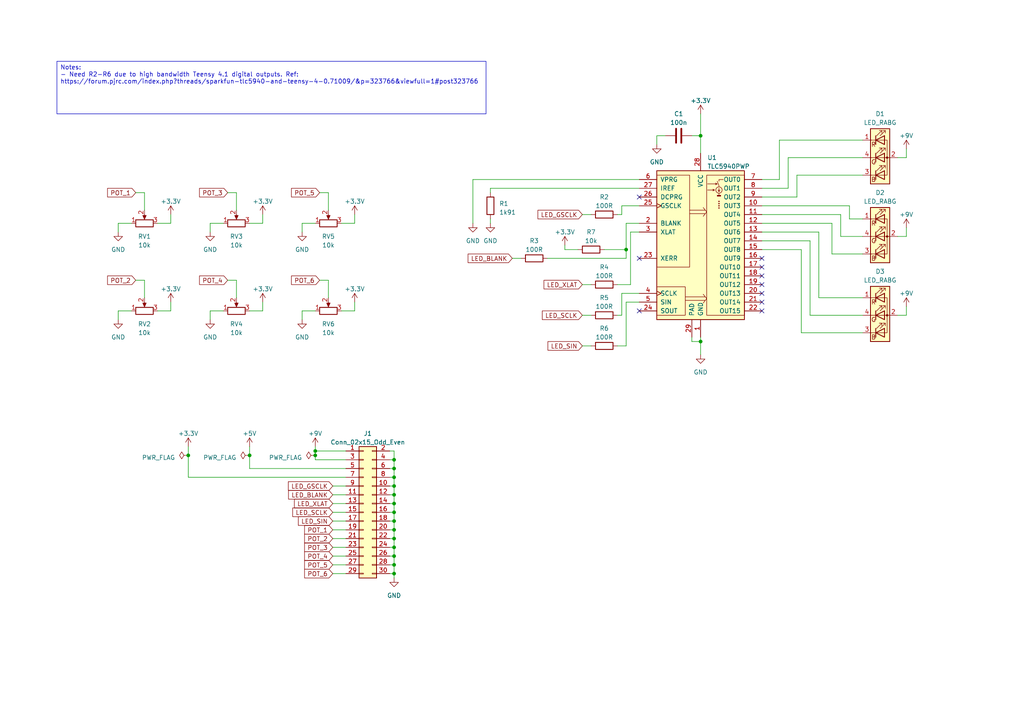
<source format=kicad_sch>
(kicad_sch (version 20230121) (generator eeschema)
  (paper "A4")
  (lib_symbols
    (symbol "Connector_Generic:Conn_02x15_Odd_Even" (pin_names (offset 1.016) hide)
      (property "Reference" "J" (at 1.27 20.32 0))
      (property "Value" "Conn_02x15_Odd_Even" (at 1.27 -20.32 0))
      (symbol "Conn_02x15_Odd_Even_1_1"
        (rectangle (start -1.27 -17.653) (end 0 -17.907) (stroke (width 0.1524)))
        (rectangle (start -1.27 -15.113) (end 0 -15.367) (stroke (width 0.1524)))
        (rectangle (start -1.27 -12.573) (end 0 -12.827) (stroke (width 0.1524)))
        (rectangle (start -1.27 -10.033) (end 0 -10.287) (stroke (width 0.1524)))
        (rectangle (start -1.27 -7.493) (end 0 -7.747) (stroke (width 0.1524)))
        (rectangle (start -1.27 -4.953) (end 0 -5.207) (stroke (width 0.1524)))
        (rectangle (start -1.27 -2.413) (end 0 -2.667) (stroke (width 0.1524)))
        (rectangle (start -1.27 0.127) (end 0 -0.127) (stroke (width 0.1524)))
        (rectangle (start -1.27 2.667) (end 0 2.413) (stroke (width 0.1524)))
        (rectangle (start -1.27 5.207) (end 0 4.953) (stroke (width 0.1524)))
        (rectangle (start -1.27 7.747) (end 0 7.493) (stroke (width 0.1524)))
        (rectangle (start -1.27 10.287) (end 0 10.033) (stroke (width 0.1524)))
        (rectangle (start -1.27 12.827) (end 0 12.573) (stroke (width 0.1524)))
        (rectangle (start -1.27 15.367) (end 0 15.113) (stroke (width 0.1524)))
        (rectangle (start -1.27 17.907) (end 0 17.653) (stroke (width 0.1524)))
        (rectangle (start -1.27 19.05) (end 3.81 -19.05) (stroke (width 0.254)) (fill (type background)))
        (rectangle (start 3.81 -17.653) (end 2.54 -17.907) (stroke (width 0.1524)))
        (rectangle (start 3.81 -15.113) (end 2.54 -15.367) (stroke (width 0.1524)))
        (rectangle (start 3.81 -12.573) (end 2.54 -12.827) (stroke (width 0.1524)))
        (rectangle (start 3.81 -10.033) (end 2.54 -10.287) (stroke (width 0.1524)))
        (rectangle (start 3.81 -7.493) (end 2.54 -7.747) (stroke (width 0.1524)))
        (rectangle (start 3.81 -4.953) (end 2.54 -5.207) (stroke (width 0.1524)))
        (rectangle (start 3.81 -2.413) (end 2.54 -2.667) (stroke (width 0.1524)))
        (rectangle (start 3.81 0.127) (end 2.54 -0.127) (stroke (width 0.1524)))
        (rectangle (start 3.81 2.667) (end 2.54 2.413) (stroke (width 0.1524)))
        (rectangle (start 3.81 5.207) (end 2.54 4.953) (stroke (width 0.1524)))
        (rectangle (start 3.81 7.747) (end 2.54 7.493) (stroke (width 0.1524)))
        (rectangle (start 3.81 10.287) (end 2.54 10.033) (stroke (width 0.1524)))
        (rectangle (start 3.81 12.827) (end 2.54 12.573) (stroke (width 0.1524)))
        (rectangle (start 3.81 15.367) (end 2.54 15.113) (stroke (width 0.1524)))
        (rectangle (start 3.81 17.907) (end 2.54 17.653) (stroke (width 0.1524)))
        (pin passive line (at -5.08 17.78 0) (length 3.81) (name "Pin_1") (number "1"))
        (pin passive line (at 7.62 7.62 180) (length 3.81) (name "Pin_10") (number "10"))
        (pin passive line (at -5.08 5.08 0) (length 3.81) (name "Pin_11") (number "11"))
        (pin passive line (at 7.62 5.08 180) (length 3.81) (name "Pin_12") (number "12"))
        (pin passive line (at -5.08 2.54 0) (length 3.81) (name "Pin_13") (number "13"))
        (pin passive line (at 7.62 2.54 180) (length 3.81) (name "Pin_14") (number "14"))
        (pin passive line (at -5.08 0 0) (length 3.81) (name "Pin_15") (number "15"))
        (pin passive line (at 7.62 0 180) (length 3.81) (name "Pin_16") (number "16"))
        (pin passive line (at -5.08 -2.54 0) (length 3.81) (name "Pin_17") (number "17"))
        (pin passive line (at 7.62 -2.54 180) (length 3.81) (name "Pin_18") (number "18"))
        (pin passive line (at -5.08 -5.08 0) (length 3.81) (name "Pin_19") (number "19"))
        (pin passive line (at 7.62 17.78 180) (length 3.81) (name "Pin_2") (number "2"))
        (pin passive line (at 7.62 -5.08 180) (length 3.81) (name "Pin_20") (number "20"))
        (pin passive line (at -5.08 -7.62 0) (length 3.81) (name "Pin_21") (number "21"))
        (pin passive line (at 7.62 -7.62 180) (length 3.81) (name "Pin_22") (number "22"))
        (pin passive line (at -5.08 -10.16 0) (length 3.81) (name "Pin_23") (number "23"))
        (pin passive line (at 7.62 -10.16 180) (length 3.81) (name "Pin_24") (number "24"))
        (pin passive line (at -5.08 -12.7 0) (length 3.81) (name "Pin_25") (number "25"))
        (pin passive line (at 7.62 -12.7 180) (length 3.81) (name "Pin_26") (number "26"))
        (pin passive line (at -5.08 -15.24 0) (length 3.81) (name "Pin_27") (number "27"))
        (pin passive line (at 7.62 -15.24 180) (length 3.81) (name "Pin_28") (number "28"))
        (pin passive line (at -5.08 -17.78 0) (length 3.81) (name "Pin_29") (number "29"))
        (pin passive line (at -5.08 15.24 0) (length 3.81) (name "Pin_3") (number "3"))
        (pin passive line (at 7.62 -17.78 180) (length 3.81) (name "Pin_30") (number "30"))
        (pin passive line (at 7.62 15.24 180) (length 3.81) (name "Pin_4") (number "4"))
        (pin passive line (at -5.08 12.7 0) (length 3.81) (name "Pin_5") (number "5"))
        (pin passive line (at 7.62 12.7 180) (length 3.81) (name "Pin_6") (number "6"))
        (pin passive line (at -5.08 10.16 0) (length 3.81) (name "Pin_7") (number "7"))
        (pin passive line (at 7.62 10.16 180) (length 3.81) (name "Pin_8") (number "8"))
        (pin passive line (at -5.08 7.62 0) (length 3.81) (name "Pin_9") (number "9"))
      )
    )
    (symbol "Device:C" (pin_numbers hide) (pin_names (offset 0.254))
      (property "Reference" "C" (at 0.635 2.54 0))
      (property "Value" "C" (at 0.635 -2.54 0))
      (symbol "C_0_1"
        (polyline (pts (xy -2.032 -0.762) (xy 2.032 -0.762)) (stroke (width 0.508)))
        (polyline (pts (xy -2.032 0.762) (xy 2.032 0.762)) (stroke (width 0.508)))
      )
      (symbol "C_1_1"
        (pin passive line (at 0 3.81 270) (length 2.794) (name "~") (number "1"))
        (pin passive line (at 0 -3.81 90) (length 2.794) (name "~") (number "2"))
      )
    )
    (symbol "Device:LED_RABG" (pin_names (offset 0) hide)
      (property "Reference" "D" (at 0 9.398 0))
      (property "Value" "LED_RABG" (at 0 -8.89 0))
      (symbol "LED_RABG_0_0"
        (text "B" (at -1.905 -6.35 0) (effects (font (size 1.27 1.27))))
        (text "G" (at -1.905 -1.27 0) (effects (font (size 1.27 1.27))))
        (text "R" (at -1.905 3.81 0) (effects (font (size 1.27 1.27))))
      )
      (symbol "LED_RABG_0_1"
        (polyline (pts (xy -1.27 -5.08) (xy -2.54 -5.08)))
        (polyline (pts (xy -1.27 -5.08) (xy 1.27 -5.08)))
        (polyline (pts (xy -1.27 -3.81) (xy -1.27 -6.35)) (stroke (width 0.254)))
        (polyline (pts (xy -1.27 0) (xy -2.54 0)))
        (polyline (pts (xy -1.27 1.27) (xy -1.27 -1.27)) (stroke (width 0.254)))
        (polyline (pts (xy -1.27 5.08) (xy -2.54 5.08)))
        (polyline (pts (xy -1.27 5.08) (xy 1.27 5.08)))
        (polyline (pts (xy -1.27 6.35) (xy -1.27 3.81)) (stroke (width 0.254)))
        (polyline (pts (xy 1.27 0) (xy -1.27 0)))
        (polyline (pts (xy 1.27 0) (xy 2.54 0)))
        (polyline (pts (xy -1.27 1.27) (xy -1.27 -1.27) (xy -1.27 -1.27)))
        (polyline (pts (xy -1.27 6.35) (xy -1.27 3.81) (xy -1.27 3.81)))
        (polyline (pts (xy 1.27 -5.08) (xy 2.032 -5.08) (xy 2.032 5.08) (xy 1.27 5.08)))
        (polyline (pts (xy 1.27 -3.81) (xy 1.27 -6.35) (xy -1.27 -5.08) (xy 1.27 -3.81)) (stroke (width 0.254)))
        (polyline (pts (xy 1.27 1.27) (xy 1.27 -1.27) (xy -1.27 0) (xy 1.27 1.27)) (stroke (width 0.254)))
        (polyline (pts (xy 1.27 6.35) (xy 1.27 3.81) (xy -1.27 5.08) (xy 1.27 6.35)) (stroke (width 0.254)))
        (polyline (pts (xy -1.016 -3.81) (xy 0.508 -2.286) (xy -0.254 -2.286) (xy 0.508 -2.286) (xy 0.508 -3.048)))
        (polyline (pts (xy -1.016 1.27) (xy 0.508 2.794) (xy -0.254 2.794) (xy 0.508 2.794) (xy 0.508 2.032)))
        (polyline (pts (xy -1.016 6.35) (xy 0.508 7.874) (xy -0.254 7.874) (xy 0.508 7.874) (xy 0.508 7.112)))
        (polyline (pts (xy 0 -3.81) (xy 1.524 -2.286) (xy 0.762 -2.286) (xy 1.524 -2.286) (xy 1.524 -3.048)))
        (polyline (pts (xy 0 1.27) (xy 1.524 2.794) (xy 0.762 2.794) (xy 1.524 2.794) (xy 1.524 2.032)))
        (polyline (pts (xy 0 6.35) (xy 1.524 7.874) (xy 0.762 7.874) (xy 1.524 7.874) (xy 1.524 7.112)))
        (rectangle (start 1.27 -1.27) (end 1.27 1.27))
        (rectangle (start 1.27 1.27) (end 1.27 1.27))
        (rectangle (start 1.27 3.81) (end 1.27 6.35))
        (rectangle (start 1.27 6.35) (end 1.27 6.35))
        (circle (center 2.032 0) (radius 0.254) (fill (type outline)))
        (rectangle (start 2.794 8.382) (end -2.794 -7.62) (stroke (width 0.254)) (fill (type background)))
      )
      (symbol "LED_RABG_1_1"
        (pin passive line (at -5.08 5.08 0) (length 2.54) (name "RK") (number "1"))
        (pin passive line (at 5.08 0 180) (length 2.54) (name "A") (number "2"))
        (pin passive line (at -5.08 -5.08 0) (length 2.54) (name "BK") (number "3"))
        (pin passive line (at -5.08 0 0) (length 2.54) (name "GK") (number "4"))
      )
    )
    (symbol "Device:R" (pin_numbers hide) (pin_names (offset 0))
      (property "Reference" "R" (at 2.032 0 90))
      (property "Value" "R" (at 0 0 90))
      (symbol "R_0_1"
        (rectangle (start -1.016 -2.54) (end 1.016 2.54) (stroke (width 0.254)))
      )
      (symbol "R_1_1"
        (pin passive line (at 0 3.81 270) (length 1.27) (name "~") (number "1"))
        (pin passive line (at 0 -3.81 90) (length 1.27) (name "~") (number "2"))
      )
    )
    (symbol "Device:R_Potentiometer" (pin_names (offset 1.016) hide)
      (property "Reference" "RV" (at -4.445 0 90))
      (property "Value" "R_Potentiometer" (at -2.54 0 90))
      (symbol "R_Potentiometer_0_1"
        (polyline (pts (xy 2.54 0) (xy 1.524 0)))
        (polyline (pts (xy 1.143 0) (xy 2.286 0.508) (xy 2.286 -0.508) (xy 1.143 0)) (fill (type outline)))
        (rectangle (start 1.016 2.54) (end -1.016 -2.54) (stroke (width 0.254)))
      )
      (symbol "R_Potentiometer_1_1"
        (pin passive line (at 0 3.81 270) (length 1.27) (name "1") (number "1"))
        (pin passive line (at 3.81 0 180) (length 1.27) (name "2") (number "2"))
        (pin passive line (at 0 -3.81 90) (length 1.27) (name "3") (number "3"))
      )
    )
    (symbol "Driver_LED:TLC5940PWP" (pin_names (offset 1.016))
      (property "Reference" "U" (at -12.7 22.225 0))
      (property "Value" "TLC5940PWP" (at 1.27 22.225 0))
      (symbol "TLC5940PWP_0_1"
        (rectangle (start -12.7 -21.59) (end -4.445 -13.335))
        (rectangle (start -12.7 19.05) (end -3.175 -7.62))
        (rectangle (start -12.7 20.32) (end 12.7 -22.86) (stroke (width 0.254)) (fill (type background)))
        (polyline (pts (xy -4.318 -16.256) (xy 1.27 -16.256)))
        (polyline (pts (xy -3.175 8.89) (xy 1.27 8.89)))
        (polyline (pts (xy 1.27 -17.272) (xy -4.318 -17.272)))
        (polyline (pts (xy 1.27 7.874) (xy -3.175 7.874)))
        (polyline (pts (xy 1.778 -16.764) (xy 0.762 -18.034)))
        (polyline (pts (xy 1.778 -16.764) (xy 0.762 -15.494)))
        (polyline (pts (xy 1.778 8.382) (xy 0.762 7.112)))
        (polyline (pts (xy 1.778 8.382) (xy 0.762 9.652)))
        (polyline (pts (xy 5.334 13.716) (xy 5.334 13.208)))
        (polyline (pts (xy 5.334 14.224) (xy 5.588 14.732)))
        (polyline (pts (xy 5.334 15.24) (xy 5.334 14.224) (xy 5.08 14.732)))
        (polyline (pts (xy 5.334 15.748) (xy 5.334 16.002) (xy 4.826 17.272)))
        (polyline (pts (xy 5.334 17.272) (xy 5.334 17.78) (xy 6.604 17.78)))
        (polyline (pts (xy 2.032 14.732) (xy 4.064 14.732) (xy 3.556 14.986) (xy 4.064 14.732) (xy 3.556 14.478)))
        (polyline (pts (xy 2.032 16.51) (xy 4.826 16.51) (xy 4.318 16.764) (xy 4.826 16.51) (xy 4.318 16.256)))
        (rectangle (start 1.778 19.05) (end 12.7 -21.59))
        (rectangle (start 4.826 13.208) (end 5.842 12.954) (fill (type outline)))
        (circle (center 5.334 9.525) (radius 0.127) (fill (type outline)))
        (circle (center 5.334 10.16) (radius 0.127) (fill (type outline)))
        (circle (center 5.334 10.795) (radius 0.127) (fill (type outline)))
        (circle (center 5.334 11.43) (radius 0.127) (fill (type outline)))
        (circle (center 5.334 14.732) (radius 0.9144))
      )
      (symbol "TLC5940PWP_1_1"
        (pin power_in line (at 0 -27.94 90) (length 5.08) (name "GND") (number "1"))
        (pin open_collector line (at 17.78 10.16 180) (length 5.08) (name "OUT3") (number "10"))
        (pin open_collector line (at 17.78 7.62 180) (length 5.08) (name "OUT4") (number "11"))
        (pin open_collector line (at 17.78 5.08 180) (length 5.08) (name "OUT5") (number "12"))
        (pin open_collector line (at 17.78 2.54 180) (length 5.08) (name "OUT6") (number "13"))
        (pin open_collector line (at 17.78 0 180) (length 5.08) (name "OUT7") (number "14"))
        (pin open_collector line (at 17.78 -2.54 180) (length 5.08) (name "OUT8") (number "15"))
        (pin open_collector line (at 17.78 -5.08 180) (length 5.08) (name "OUT9") (number "16"))
        (pin open_collector line (at 17.78 -7.62 180) (length 5.08) (name "OUT10") (number "17"))
        (pin open_collector line (at 17.78 -10.16 180) (length 5.08) (name "OUT11") (number "18"))
        (pin open_collector line (at 17.78 -12.7 180) (length 5.08) (name "OUT12") (number "19"))
        (pin input line (at -17.78 5.08 0) (length 5.08) (name "BLANK") (number "2"))
        (pin open_collector line (at 17.78 -15.24 180) (length 5.08) (name "OUT13") (number "20"))
        (pin open_collector line (at 17.78 -17.78 180) (length 5.08) (name "OUT14") (number "21"))
        (pin open_collector line (at 17.78 -20.32 180) (length 5.08) (name "OUT15") (number "22"))
        (pin open_collector line (at -17.78 -5.08 0) (length 5.08) (name "XERR") (number "23"))
        (pin output line (at -17.78 -20.32 0) (length 5.08) (name "SOUT") (number "24"))
        (pin input clock (at -17.78 10.16 0) (length 5.08) (name "GSCLK") (number "25"))
        (pin input line (at -17.78 12.7 0) (length 5.08) (name "DCPRG") (number "26"))
        (pin input line (at -17.78 15.24 0) (length 5.08) (name "IREF") (number "27"))
        (pin power_in line (at 0 25.4 270) (length 5.08) (name "VCC") (number "28"))
        (pin input line (at -2.54 -27.94 90) (length 5.08) (name "PAD") (number "29"))
        (pin input line (at -17.78 2.54 0) (length 5.08) (name "XLAT") (number "3"))
        (pin input clock (at -17.78 -15.24 0) (length 5.08) (name "SCLK") (number "4"))
        (pin input line (at -17.78 -17.78 0) (length 5.08) (name "SIN") (number "5"))
        (pin input line (at -17.78 17.78 0) (length 5.08) (name "VPRG") (number "6"))
        (pin open_collector line (at 17.78 17.78 180) (length 5.08) (name "OUT0") (number "7"))
        (pin open_collector line (at 17.78 15.24 180) (length 5.08) (name "OUT1") (number "8"))
        (pin open_collector line (at 17.78 12.7 180) (length 5.08) (name "OUT2") (number "9"))
      )
    )
    (symbol "power:+3.3V" (power) (pin_names (offset 0))
      (property "Value" "+3.3V" (at 0 3.556 0))
      (symbol "+3.3V_0_1"
        (polyline (pts (xy -0.762 1.27) (xy 0 2.54)))
        (polyline (pts (xy 0 0) (xy 0 2.54)))
        (polyline (pts (xy 0 2.54) (xy 0.762 1.27)))
      )
      (symbol "+3.3V_1_1"
        (pin power_in line (at 0 0 90) (length 0) hide (name "+3.3V") (number "1"))
      )
    )
    (symbol "power:+5V" (power) (pin_names (offset 0))
      (property "Value" "+5V" (at 0 3.556 0))
      (symbol "+5V_0_1"
        (polyline (pts (xy -0.762 1.27) (xy 0 2.54)))
        (polyline (pts (xy 0 0) (xy 0 2.54)))
        (polyline (pts (xy 0 2.54) (xy 0.762 1.27)))
      )
      (symbol "+5V_1_1"
        (pin power_in line (at 0 0 90) (length 0) hide (name "+5V") (number "1"))
      )
    )
    (symbol "power:+9V" (power) (pin_names (offset 0))
      (property "Value" "+9V" (at 0 3.556 0))
      (symbol "+9V_0_1"
        (polyline (pts (xy -0.762 1.27) (xy 0 2.54)))
        (polyline (pts (xy 0 0) (xy 0 2.54)))
        (polyline (pts (xy 0 2.54) (xy 0.762 1.27)))
      )
      (symbol "+9V_1_1"
        (pin power_in line (at 0 0 90) (length 0) hide (name "+9V") (number "1"))
      )
    )
    (symbol "power:GND" (power) (pin_names (offset 0))
      (property "Value" "GND" (at 0 -3.81 0))
      (symbol "GND_0_1"
        (polyline (pts (xy 0 0) (xy 0 -1.27) (xy 1.27 -1.27) (xy 0 -2.54) (xy -1.27 -1.27) (xy 0 -1.27)))
      )
      (symbol "GND_1_1"
        (pin power_in line (at 0 0 270) (length 0) hide (name "GND") (number "1"))
      )
    )
    (symbol "power:PWR_FLAG" (power) (pin_numbers hide) (pin_names (offset 0) hide)
      (property "Value" "PWR_FLAG" (at 0 3.81 0))
      (symbol "PWR_FLAG_0_0"
        (pin power_out line (at 0 0 90) (length 0) (name "pwr") (number "1"))
      )
      (symbol "PWR_FLAG_0_1"
        (polyline (pts (xy 0 0) (xy 0 1.27) (xy -1.016 1.905) (xy 0 2.54) (xy 1.016 1.905) (xy 0 1.27)))
      )
    )
  )
  (junction (at 114.3 156.21))
  (junction (at 114.3 161.29))
  (junction (at 54.61 132.08))
  (junction (at 114.3 163.83))
  (junction (at 114.3 148.59))
  (junction (at 114.3 166.37))
  (junction (at 114.3 153.67))
  (junction (at 114.3 140.97))
  (junction (at 114.3 138.43))
  (junction (at 114.3 133.35))
  (junction (at 114.3 158.75))
  (junction (at 91.44 130.81))
  (junction (at 114.3 151.13))
  (junction (at 181.61 72.39))
  (junction (at 203.2 99.06))
  (junction (at 203.2 39.37))
  (junction (at 72.39 132.08))
  (junction (at 114.3 143.51))
  (junction (at 91.44 132.08))
  (junction (at 114.3 146.05))
  (junction (at 114.3 135.89))
  (no_connect (at 220.98 80.01))
  (no_connect (at 220.98 85.09))
  (no_connect (at 185.42 57.15))
  (no_connect (at 220.98 87.63))
  (no_connect (at 220.98 82.55))
  (no_connect (at 220.98 74.93))
  (no_connect (at 185.42 90.17))
  (no_connect (at 220.98 77.47))
  (no_connect (at 185.42 74.93))
  (no_connect (at 220.98 90.17))
  (wire (pts (xy 185.42 54.61) (xy 142.24 54.61)))
  (wire (pts (xy 91.44 90.17) (xy 87.63 90.17)))
  (wire (pts (xy 180.34 85.09) (xy 180.34 91.44)))
  (wire (pts (xy 260.35 68.58) (xy 262.89 68.58)))
  (wire (pts (xy 181.61 72.39) (xy 181.61 74.93)))
  (wire (pts (xy 113.03 151.13) (xy 114.3 151.13)))
  (wire (pts (xy 167.64 72.39) (xy 163.83 72.39)))
  (wire (pts (xy 220.98 72.39) (xy 232.41 72.39)))
  (wire (pts (xy 54.61 129.54) (xy 54.61 132.08)))
  (wire (pts (xy 114.3 140.97) (xy 114.3 143.51)))
  (wire (pts (xy 231.14 57.15) (xy 231.14 50.8)))
  (wire (pts (xy 87.63 90.17) (xy 87.63 92.71)))
  (wire (pts (xy 163.83 72.39) (xy 163.83 71.12)))
  (wire (pts (xy 72.39 132.08) (xy 72.39 135.89)))
  (wire (pts (xy 234.95 91.44) (xy 250.19 91.44)))
  (wire (pts (xy 220.98 62.23) (xy 243.84 62.23)))
  (wire (pts (xy 99.06 90.17) (xy 102.87 90.17)))
  (wire (pts (xy 228.6 45.72) (xy 250.19 45.72)))
  (wire (pts (xy 72.39 64.77) (xy 76.2 64.77)))
  (wire (pts (xy 68.58 81.28) (xy 68.58 86.36)))
  (wire (pts (xy 45.72 90.17) (xy 49.53 90.17)))
  (wire (pts (xy 262.89 68.58) (xy 262.89 66.04)))
  (wire (pts (xy 180.34 62.23) (xy 179.07 62.23)))
  (wire (pts (xy 203.2 33.02) (xy 203.2 39.37)))
  (wire (pts (xy 113.03 140.97) (xy 114.3 140.97)))
  (wire (pts (xy 38.1 64.77) (xy 34.29 64.77)))
  (wire (pts (xy 241.3 73.66) (xy 250.19 73.66)))
  (wire (pts (xy 246.38 63.5) (xy 250.19 63.5)))
  (wire (pts (xy 241.3 64.77) (xy 241.3 73.66)))
  (wire (pts (xy 114.3 130.81) (xy 114.3 133.35)))
  (wire (pts (xy 60.96 64.77) (xy 60.96 67.31)))
  (wire (pts (xy 91.44 132.08) (xy 91.44 130.81)))
  (wire (pts (xy 72.39 129.54) (xy 72.39 132.08)))
  (wire (pts (xy 96.52 140.97) (xy 100.33 140.97)))
  (wire (pts (xy 91.44 129.54) (xy 91.44 130.81)))
  (wire (pts (xy 182.88 82.55) (xy 179.07 82.55)))
  (wire (pts (xy 64.77 90.17) (xy 60.96 90.17)))
  (wire (pts (xy 96.52 158.75) (xy 100.33 158.75)))
  (wire (pts (xy 95.25 60.96) (xy 95.25 55.88)))
  (wire (pts (xy 113.03 156.21) (xy 114.3 156.21)))
  (wire (pts (xy 91.44 130.81) (xy 100.33 130.81)))
  (wire (pts (xy 142.24 63.5) (xy 142.24 64.77)))
  (wire (pts (xy 180.34 59.69) (xy 180.34 62.23)))
  (wire (pts (xy 102.87 64.77) (xy 102.87 62.23)))
  (wire (pts (xy 260.35 91.44) (xy 262.89 91.44)))
  (wire (pts (xy 114.3 161.29) (xy 114.3 163.83)))
  (wire (pts (xy 203.2 97.79) (xy 203.2 99.06)))
  (wire (pts (xy 226.06 40.64) (xy 250.19 40.64)))
  (wire (pts (xy 72.39 135.89) (xy 100.33 135.89)))
  (wire (pts (xy 232.41 72.39) (xy 232.41 96.52)))
  (wire (pts (xy 114.3 143.51) (xy 114.3 146.05)))
  (wire (pts (xy 226.06 52.07) (xy 226.06 40.64)))
  (wire (pts (xy 262.89 91.44) (xy 262.89 88.9)))
  (wire (pts (xy 175.26 72.39) (xy 181.61 72.39)))
  (wire (pts (xy 114.3 158.75) (xy 114.3 161.29)))
  (wire (pts (xy 228.6 54.61) (xy 228.6 45.72)))
  (wire (pts (xy 114.3 133.35) (xy 114.3 135.89)))
  (wire (pts (xy 180.34 91.44) (xy 179.07 91.44)))
  (wire (pts (xy 68.58 60.96) (xy 68.58 55.88)))
  (wire (pts (xy 181.61 100.33) (xy 179.07 100.33)))
  (wire (pts (xy 96.52 146.05) (xy 100.33 146.05)))
  (wire (pts (xy 148.59 74.93) (xy 151.13 74.93)))
  (wire (pts (xy 39.37 55.88) (xy 41.91 55.88)))
  (wire (pts (xy 113.03 146.05) (xy 114.3 146.05)))
  (wire (pts (xy 114.3 166.37) (xy 114.3 167.64)))
  (wire (pts (xy 220.98 52.07) (xy 226.06 52.07)))
  (wire (pts (xy 66.04 81.28) (xy 68.58 81.28)))
  (wire (pts (xy 137.16 52.07) (xy 185.42 52.07)))
  (wire (pts (xy 96.52 148.59) (xy 100.33 148.59)))
  (wire (pts (xy 95.25 81.28) (xy 95.25 86.36)))
  (wire (pts (xy 76.2 64.77) (xy 76.2 62.23)))
  (wire (pts (xy 185.42 85.09) (xy 180.34 85.09)))
  (wire (pts (xy 87.63 64.77) (xy 87.63 67.31)))
  (wire (pts (xy 168.91 100.33) (xy 171.45 100.33)))
  (wire (pts (xy 41.91 81.28) (xy 39.37 81.28)))
  (wire (pts (xy 95.25 55.88) (xy 92.71 55.88)))
  (wire (pts (xy 114.3 146.05) (xy 114.3 148.59)))
  (wire (pts (xy 220.98 67.31) (xy 237.49 67.31)))
  (wire (pts (xy 190.5 39.37) (xy 190.5 41.91)))
  (wire (pts (xy 203.2 39.37) (xy 203.2 44.45)))
  (wire (pts (xy 262.89 45.72) (xy 262.89 43.18)))
  (wire (pts (xy 113.03 153.67) (xy 114.3 153.67)))
  (wire (pts (xy 38.1 90.17) (xy 34.29 90.17)))
  (wire (pts (xy 45.72 64.77) (xy 49.53 64.77)))
  (wire (pts (xy 237.49 67.31) (xy 237.49 86.36)))
  (wire (pts (xy 185.42 64.77) (xy 181.61 64.77)))
  (wire (pts (xy 220.98 54.61) (xy 228.6 54.61)))
  (wire (pts (xy 113.03 143.51) (xy 114.3 143.51)))
  (wire (pts (xy 54.61 132.08) (xy 54.61 138.43)))
  (wire (pts (xy 96.52 153.67) (xy 100.33 153.67)))
  (wire (pts (xy 113.03 161.29) (xy 114.3 161.29)))
  (wire (pts (xy 220.98 64.77) (xy 241.3 64.77)))
  (wire (pts (xy 114.3 148.59) (xy 114.3 151.13)))
  (wire (pts (xy 113.03 130.81) (xy 114.3 130.81)))
  (wire (pts (xy 96.52 143.51) (xy 100.33 143.51)))
  (wire (pts (xy 168.91 82.55) (xy 171.45 82.55)))
  (wire (pts (xy 114.3 151.13) (xy 114.3 153.67)))
  (wire (pts (xy 185.42 87.63) (xy 181.61 87.63)))
  (wire (pts (xy 34.29 64.77) (xy 34.29 67.31)))
  (wire (pts (xy 193.04 39.37) (xy 190.5 39.37)))
  (wire (pts (xy 113.03 148.59) (xy 114.3 148.59)))
  (wire (pts (xy 102.87 90.17) (xy 102.87 87.63)))
  (wire (pts (xy 113.03 133.35) (xy 114.3 133.35)))
  (wire (pts (xy 182.88 67.31) (xy 182.88 82.55)))
  (wire (pts (xy 181.61 87.63) (xy 181.61 100.33)))
  (wire (pts (xy 113.03 158.75) (xy 114.3 158.75)))
  (wire (pts (xy 60.96 90.17) (xy 60.96 92.71)))
  (wire (pts (xy 49.53 90.17) (xy 49.53 87.63)))
  (wire (pts (xy 220.98 57.15) (xy 231.14 57.15)))
  (wire (pts (xy 114.3 163.83) (xy 114.3 166.37)))
  (wire (pts (xy 200.66 99.06) (xy 203.2 99.06)))
  (wire (pts (xy 200.66 97.79) (xy 200.66 99.06)))
  (wire (pts (xy 181.61 64.77) (xy 181.61 72.39)))
  (wire (pts (xy 237.49 86.36) (xy 250.19 86.36)))
  (wire (pts (xy 113.03 163.83) (xy 114.3 163.83)))
  (wire (pts (xy 246.38 59.69) (xy 246.38 63.5)))
  (wire (pts (xy 99.06 64.77) (xy 102.87 64.77)))
  (wire (pts (xy 185.42 59.69) (xy 180.34 59.69)))
  (wire (pts (xy 96.52 163.83) (xy 100.33 163.83)))
  (wire (pts (xy 91.44 133.35) (xy 91.44 132.08)))
  (wire (pts (xy 34.29 90.17) (xy 34.29 92.71)))
  (wire (pts (xy 168.91 91.44) (xy 171.45 91.44)))
  (wire (pts (xy 96.52 156.21) (xy 100.33 156.21)))
  (wire (pts (xy 100.33 133.35) (xy 91.44 133.35)))
  (wire (pts (xy 41.91 55.88) (xy 41.91 60.96)))
  (wire (pts (xy 142.24 54.61) (xy 142.24 55.88)))
  (wire (pts (xy 96.52 166.37) (xy 100.33 166.37)))
  (wire (pts (xy 200.66 39.37) (xy 203.2 39.37)))
  (wire (pts (xy 91.44 64.77) (xy 87.63 64.77)))
  (wire (pts (xy 68.58 55.88) (xy 66.04 55.88)))
  (wire (pts (xy 76.2 90.17) (xy 76.2 87.63)))
  (wire (pts (xy 260.35 45.72) (xy 262.89 45.72)))
  (wire (pts (xy 185.42 67.31) (xy 182.88 67.31)))
  (wire (pts (xy 54.61 138.43) (xy 100.33 138.43)))
  (wire (pts (xy 232.41 96.52) (xy 250.19 96.52)))
  (wire (pts (xy 64.77 64.77) (xy 60.96 64.77)))
  (wire (pts (xy 243.84 62.23) (xy 243.84 68.58)))
  (wire (pts (xy 181.61 74.93) (xy 158.75 74.93)))
  (wire (pts (xy 114.3 135.89) (xy 114.3 138.43)))
  (wire (pts (xy 113.03 166.37) (xy 114.3 166.37)))
  (wire (pts (xy 220.98 69.85) (xy 234.95 69.85)))
  (wire (pts (xy 203.2 99.06) (xy 203.2 102.87)))
  (wire (pts (xy 92.71 81.28) (xy 95.25 81.28)))
  (wire (pts (xy 96.52 151.13) (xy 100.33 151.13)))
  (wire (pts (xy 231.14 50.8) (xy 250.19 50.8)))
  (wire (pts (xy 49.53 64.77) (xy 49.53 62.23)))
  (wire (pts (xy 96.52 161.29) (xy 100.33 161.29)))
  (wire (pts (xy 168.91 62.23) (xy 171.45 62.23)))
  (wire (pts (xy 137.16 64.77) (xy 137.16 52.07)))
  (wire (pts (xy 41.91 86.36) (xy 41.91 81.28)))
  (wire (pts (xy 234.95 69.85) (xy 234.95 91.44)))
  (wire (pts (xy 114.3 156.21) (xy 114.3 158.75)))
  (wire (pts (xy 113.03 138.43) (xy 114.3 138.43)))
  (wire (pts (xy 243.84 68.58) (xy 250.19 68.58)))
  (wire (pts (xy 114.3 153.67) (xy 114.3 156.21)))
  (wire (pts (xy 114.3 138.43) (xy 114.3 140.97)))
  (wire (pts (xy 220.98 59.69) (xy 246.38 59.69)))
  (wire (pts (xy 72.39 90.17) (xy 76.2 90.17)))
  (wire (pts (xy 113.03 135.89) (xy 114.3 135.89)))
  (text_box "Notes:\n- Need R2-R6 due to high bandwidth Teensy 4.1 digital outputs. Ref: https://forum.pjrc.com/index.php?threads/sparkfun-tlc5940-and-teensy-4-0.71009/&p=323766&viewfull=1#post323766" (at 16.51 17.78 0) (size 124.46 15.24) (effects (font (size 1.27 1.27)) (justify left top)))
  (global_label "POT_5" (shape input) (at 92.71 55.88 180) (property "Intersheetrefs" "${INTERSHEET_REFS}" (effects hide)))
  (global_label "POT_6" (shape input) (at 92.71 81.28 180) (property "Intersheetrefs" "${INTERSHEET_REFS}" (effects hide)))
  (global_label "POT_1" (shape input) (at 39.37 55.88 180) (property "Intersheetrefs" "${INTERSHEET_REFS}" (effects hide)))
  (global_label "POT_2" (shape input) (at 39.37 81.28 180) (property "Intersheetrefs" "${INTERSHEET_REFS}" (effects hide)))
  (global_label "LED_BLANK" (shape input) (at 96.52 143.51 180) (property "Intersheetrefs" "${INTERSHEET_REFS}" (effects hide)))
  (global_label "LED_SIN" (shape input) (at 96.52 151.13 180) (property "Intersheetrefs" "${INTERSHEET_REFS}" (effects hide)))
  (global_label "LED_XLAT" (shape input) (at 168.91 82.55 180) (property "Intersheetrefs" "${INTERSHEET_REFS}" (effects hide)))
  (global_label "POT_2" (shape input) (at 96.52 156.21 180) (property "Intersheetrefs" "${INTERSHEET_REFS}" (effects hide)))
  (global_label "POT_3" (shape input) (at 66.04 55.88 180) (property "Intersheetrefs" "${INTERSHEET_REFS}" (effects hide)))
  (global_label "POT_4" (shape input) (at 96.52 161.29 180) (property "Intersheetrefs" "${INTERSHEET_REFS}" (effects hide)))
  (global_label "LED_GSCLK" (shape input) (at 168.91 62.23 180) (property "Intersheetrefs" "${INTERSHEET_REFS}" (effects hide)))
  (global_label "LED_SCLK" (shape input) (at 168.91 91.44 180) (property "Intersheetrefs" "${INTERSHEET_REFS}" (effects hide)))
  (global_label "LED_XLAT" (shape input) (at 96.52 146.05 180) (property "Intersheetrefs" "${INTERSHEET_REFS}" (effects hide)))
  (global_label "POT_3" (shape input) (at 96.52 158.75 180) (property "Intersheetrefs" "${INTERSHEET_REFS}" (effects hide)))
  (global_label "POT_6" (shape input) (at 96.52 166.37 180) (property "Intersheetrefs" "${INTERSHEET_REFS}" (effects hide)))
  (global_label "LED_GSCLK" (shape input) (at 96.52 140.97 180) (property "Intersheetrefs" "${INTERSHEET_REFS}" (effects hide)))
  (global_label "POT_4" (shape input) (at 66.04 81.28 180) (property "Intersheetrefs" "${INTERSHEET_REFS}" (effects hide)))
  (global_label "POT_5" (shape input) (at 96.52 163.83 180) (property "Intersheetrefs" "${INTERSHEET_REFS}" (effects hide)))
  (global_label "LED_SIN" (shape input) (at 168.91 100.33 180) (property "Intersheetrefs" "${INTERSHEET_REFS}" (effects hide)))
  (global_label "LED_SCLK" (shape input) (at 96.52 148.59 180) (property "Intersheetrefs" "${INTERSHEET_REFS}" (effects hide)))
  (global_label "POT_1" (shape input) (at 96.52 153.67 180) (property "Intersheetrefs" "${INTERSHEET_REFS}" (effects hide)))
  (global_label "LED_BLANK" (shape input) (at 148.59 74.93 180) (property "Intersheetrefs" "${INTERSHEET_REFS}" (effects hide)))
  (symbol (lib_id "power:+3.3V") (at 102.87 87.63 0) (unit 1)
    (property "Reference" "#PWR012" (effects hide))
    (property "Value" "+3.3V" (at 102.87 83.82 0))
  )
  (symbol (lib_id "Device:R") (at 142.24 59.69 0) (unit 1)
    (property "Reference" "R1" (at 144.78 59.055 0) (effects (justify left)))
    (property "Value" "1k91" (at 144.78 61.595 0) (effects (justify left)))
    (property "Footprint" "Resistor_SMD:R_1206_3216Metric_Pad1.30x1.75mm_HandSolder" (effects hide))
  )
  (symbol (lib_id "power:+9V") (at 262.89 66.04 0) (unit 1)
    (property "Reference" "#PWR018" (effects hide))
    (property "Value" "+9V" (at 262.89 62.23 0))
  )
  (symbol (lib_id "power:+3.3V") (at 49.53 62.23 0) (unit 1)
    (property "Reference" "#PWR03" (effects hide))
    (property "Value" "+3.3V" (at 49.53 58.42 0))
  )
  (symbol (lib_id "power:+9V") (at 262.89 88.9 0) (unit 1)
    (property "Reference" "#PWR019" (effects hide))
    (property "Value" "+9V" (at 262.89 85.09 0))
  )
  (symbol (lib_id "Device:R") (at 175.26 91.44 270) (unit 1)
    (property "Reference" "R5" (at 175.26 86.36 90))
    (property "Value" "100R" (at 175.26 88.9 90))
    (property "Footprint" "Resistor_SMD:R_1206_3216Metric_Pad1.30x1.75mm_HandSolder" (effects hide))
  )
  (symbol (lib_id "power:+3.3V") (at 163.83 71.12 0) (unit 1)
    (property "Reference" "#PWR025" (effects hide))
    (property "Value" "+3.3V" (at 163.83 67.31 0))
  )
  (symbol (lib_id "Device:R_Potentiometer") (at 68.58 90.17 90) (unit 1)
    (property "Reference" "RV4" (at 68.58 93.98 90))
    (property "Value" "10k" (at 68.58 96.52 90))
    (property "Footprint" "Custom Potentiometers:Potentiometer_TT_P0915N" (effects hide))
  )
  (symbol (lib_id "power:+3.3V") (at 203.2 33.02 0) (unit 1)
    (property "Reference" "#PWR015" (effects hide))
    (property "Value" "+3.3V" (at 203.2 29.21 0))
  )
  (symbol (lib_id "power:PWR_FLAG") (at 54.61 132.08 90) (unit 1)
    (property "Reference" "#FLG01" (effects hide))
    (property "Value" "PWR_FLAG" (at 50.8 132.715 90) (effects (justify left)))
  )
  (symbol (lib_id "power:+5V") (at 72.39 129.54 0) (unit 1)
    (property "Reference" "#PWR023" (effects hide))
    (property "Value" "+5V" (at 72.39 125.73 0))
  )
  (symbol (lib_id "power:GND") (at 34.29 67.31 0) (unit 1)
    (property "Reference" "#PWR01" (effects hide))
    (property "Value" "GND" (at 34.29 72.39 0))
  )
  (symbol (lib_id "power:GND") (at 60.96 67.31 0) (unit 1)
    (property "Reference" "#PWR05" (effects hide))
    (property "Value" "GND" (at 60.96 72.39 0))
  )
  (symbol (lib_id "Device:LED_RABG") (at 255.27 45.72 0) (unit 1)
    (property "Reference" "D1" (at 255.27 33.02 0))
    (property "Value" "LED_RABG" (at 255.27 35.56 0))
    (property "Footprint" "LED_THT:LED_D5.0mm-4_RGB_Staggered_Pins" (effects hide))
  )
  (symbol (lib_id "power:+3.3V") (at 49.53 87.63 0) (unit 1)
    (property "Reference" "#PWR04" (effects hide))
    (property "Value" "+3.3V" (at 49.53 83.82 0))
  )
  (symbol (lib_id "Device:LED_RABG") (at 255.27 91.44 0) (unit 1)
    (property "Reference" "D3" (at 255.27 78.74 0))
    (property "Value" "LED_RABG" (at 255.27 81.28 0))
    (property "Footprint" "LED_THT:LED_D5.0mm-4_RGB_Staggered_Pins" (effects hide))
  )
  (symbol (lib_id "Device:R") (at 175.26 82.55 270) (unit 1)
    (property "Reference" "R4" (at 175.26 77.47 90))
    (property "Value" "100R" (at 175.26 80.01 90))
    (property "Footprint" "Resistor_SMD:R_1206_3216Metric_Pad1.30x1.75mm_HandSolder" (effects hide))
  )
  (symbol (lib_id "power:+3.3V") (at 76.2 87.63 0) (unit 1)
    (property "Reference" "#PWR08" (effects hide))
    (property "Value" "+3.3V" (at 76.2 83.82 0))
  )
  (symbol (lib_id "power:+9V") (at 262.89 43.18 0) (unit 1)
    (property "Reference" "#PWR017" (effects hide))
    (property "Value" "+9V" (at 262.89 39.37 0))
  )
  (symbol (lib_id "power:GND") (at 142.24 64.77 0) (unit 1)
    (property "Reference" "#PWR014" (effects hide))
    (property "Value" "GND" (at 142.24 69.85 0))
  )
  (symbol (lib_id "power:GND") (at 34.29 92.71 0) (unit 1)
    (property "Reference" "#PWR02" (effects hide))
    (property "Value" "GND" (at 34.29 97.79 0))
  )
  (symbol (lib_id "power:GND") (at 60.96 92.71 0) (unit 1)
    (property "Reference" "#PWR06" (effects hide))
    (property "Value" "GND" (at 60.96 97.79 0))
  )
  (symbol (lib_id "power:PWR_FLAG") (at 91.44 132.08 90) (unit 1)
    (property "Reference" "#FLG03" (effects hide))
    (property "Value" "PWR_FLAG" (at 87.63 132.715 90) (effects (justify left)))
  )
  (symbol (lib_id "power:PWR_FLAG") (at 72.39 132.08 90) (unit 1)
    (property "Reference" "#FLG02" (effects hide))
    (property "Value" "PWR_FLAG" (at 68.58 132.715 90) (effects (justify left)))
  )
  (symbol (lib_id "power:GND") (at 190.5 41.91 0) (unit 1)
    (property "Reference" "#PWR024" (effects hide))
    (property "Value" "GND" (at 190.5 46.99 0))
  )
  (symbol (lib_id "Device:R_Potentiometer") (at 41.91 64.77 90) (unit 1)
    (property "Reference" "RV1" (at 41.91 68.58 90))
    (property "Value" "10k" (at 41.91 71.12 90))
    (property "Footprint" "Custom Potentiometers:Potentiometer_TT_P0915N" (effects hide))
  )
  (symbol (lib_id "Device:R") (at 171.45 72.39 270) (unit 1)
    (property "Reference" "R7" (at 171.45 67.31 90))
    (property "Value" "10k" (at 171.45 69.85 90))
    (property "Footprint" "Resistor_SMD:R_1206_3216Metric_Pad1.30x1.75mm_HandSolder" (effects hide))
  )
  (symbol (lib_id "Device:R_Potentiometer") (at 95.25 64.77 90) (unit 1)
    (property "Reference" "RV5" (at 95.25 68.58 90))
    (property "Value" "10k" (at 95.25 71.12 90))
    (property "Footprint" "Custom Potentiometers:Potentiometer_TT_P0915N" (effects hide))
  )
  (symbol (lib_id "power:GND") (at 114.3 167.64 0) (unit 1)
    (property "Reference" "#PWR020" (effects hide))
    (property "Value" "GND" (at 114.3 172.72 0))
  )
  (symbol (lib_id "Driver_LED:TLC5940PWP") (at 203.2 69.85 0) (unit 1)
    (property "Reference" "U1" (at 205.1559 45.72 0) (effects (justify left)))
    (property "Value" "TLC5940PWP" (at 205.1559 48.26 0) (effects (justify left)))
    (property "Footprint" "Package_SO:HTSSOP-28-1EP_4.4x9.7mm_P0.65mm_EP3.4x9.5mm_Mask2.4x6.17mm_ThermalVias" (effects hide))
    (property "Datasheet" "http://www.ti.com/lit/ds/symlink/tlc5940.pdf" (effects hide))
  )
  (symbol (lib_id "power:+3.3V") (at 76.2 62.23 0) (unit 1)
    (property "Reference" "#PWR07" (effects hide))
    (property "Value" "+3.3V" (at 76.2 58.42 0))
  )
  (symbol (lib_id "Device:R") (at 154.94 74.93 270) (unit 1)
    (property "Reference" "R3" (at 154.94 69.85 90))
    (property "Value" "100R" (at 154.94 72.39 90))
    (property "Footprint" "Resistor_SMD:R_1206_3216Metric_Pad1.30x1.75mm_HandSolder" (effects hide))
  )
  (symbol (lib_id "power:+3.3V") (at 102.87 62.23 0) (unit 1)
    (property "Reference" "#PWR011" (effects hide))
    (property "Value" "+3.3V" (at 102.87 58.42 0))
  )
  (symbol (lib_id "power:+3.3V") (at 54.61 129.54 0) (unit 1)
    (property "Reference" "#PWR022" (effects hide))
    (property "Value" "+3.3V" (at 54.61 125.73 0))
  )
  (symbol (lib_id "Device:R_Potentiometer") (at 95.25 90.17 90) (unit 1)
    (property "Reference" "RV6" (at 95.25 93.98 90))
    (property "Value" "10k" (at 95.25 96.52 90))
    (property "Footprint" "Custom Potentiometers:Potentiometer_TT_P0915N" (effects hide))
  )
  (symbol (lib_id "power:GND") (at 87.63 92.71 0) (unit 1)
    (property "Reference" "#PWR010" (effects hide))
    (property "Value" "GND" (at 87.63 97.79 0))
  )
  (symbol (lib_id "Connector_Generic:Conn_02x15_Odd_Even") (at 105.41 148.59 0) (unit 1)
    (property "Reference" "J1" (at 106.68 125.73 0))
    (property "Value" "Conn_02x15_Odd_Even" (at 106.68 128.27 0))
    (property "Footprint" "Connector_IDC:IDC-Header_2x15_P2.54mm_Vertical" (effects hide))
  )
  (symbol (lib_id "power:GND") (at 203.2 102.87 0) (unit 1)
    (property "Reference" "#PWR016" (effects hide))
    (property "Value" "GND" (at 203.2 107.95 0))
  )
  (symbol (lib_id "Device:R") (at 175.26 100.33 270) (unit 1)
    (property "Reference" "R6" (at 175.26 95.25 90))
    (property "Value" "100R" (at 175.26 97.79 90))
    (property "Footprint" "Resistor_SMD:R_1206_3216Metric_Pad1.30x1.75mm_HandSolder" (effects hide))
  )
  (symbol (lib_id "Device:R_Potentiometer") (at 68.58 64.77 90) (unit 1)
    (property "Reference" "RV3" (at 68.58 68.58 90))
    (property "Value" "10k" (at 68.58 71.12 90))
    (property "Footprint" "Custom Potentiometers:Potentiometer_TT_P0915N" (effects hide))
  )
  (symbol (lib_id "power:GND") (at 87.63 67.31 0) (unit 1)
    (property "Reference" "#PWR09" (effects hide))
    (property "Value" "GND" (at 87.63 72.39 0))
  )
  (symbol (lib_id "power:+9V") (at 91.44 129.54 0) (unit 1)
    (property "Reference" "#PWR021" (effects hide))
    (property "Value" "+9V" (at 91.44 125.73 0))
  )
  (symbol (lib_id "power:GND") (at 137.16 64.77 0) (unit 1)
    (property "Reference" "#PWR013" (effects hide))
    (property "Value" "GND" (at 137.16 69.85 0))
  )
  (symbol (lib_id "Device:R_Potentiometer") (at 41.91 90.17 90) (unit 1)
    (property "Reference" "RV2" (at 41.91 93.98 90))
    (property "Value" "10k" (at 41.91 96.52 90))
    (property "Footprint" "Custom Potentiometers:Potentiometer_TT_P0915N" (effects hide))
  )
  (symbol (lib_id "Device:R") (at 175.26 62.23 270) (unit 1)
    (property "Reference" "R2" (at 175.26 57.15 90))
    (property "Value" "100R" (at 175.26 59.69 90))
    (property "Footprint" "Resistor_SMD:R_1206_3216Metric_Pad1.30x1.75mm_HandSolder" (effects hide))
  )
  (symbol (lib_id "Device:C") (at 196.85 39.37 90) (unit 1)
    (property "Reference" "C1" (at 196.85 33.02 90))
    (property "Value" "100n" (at 196.85 35.56 90))
    (property "Footprint" "Capacitor_SMD:C_1206_3216Metric_Pad1.33x1.80mm_HandSolder" (effects hide))
  )
  (symbol (lib_id "Device:LED_RABG") (at 255.27 68.58 0) (unit 1)
    (property "Reference" "D2" (at 255.27 55.88 0))
    (property "Value" "LED_RABG" (at 255.27 58.42 0))
    (property "Footprint" "LED_THT:LED_D5.0mm-4_RGB_Staggered_Pins" (effects hide))
  )
)
</source>
